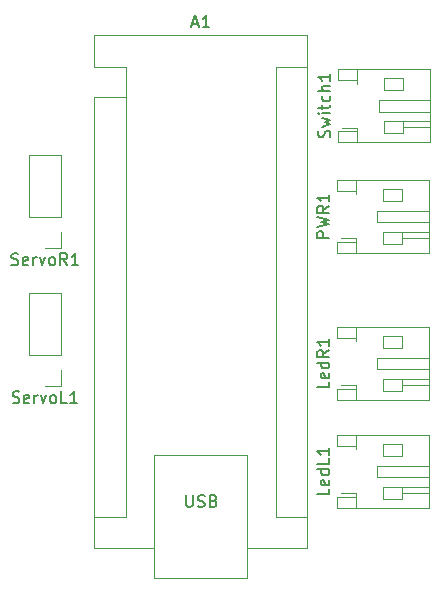
<source format=gbr>
%TF.GenerationSoftware,KiCad,Pcbnew,9.0.6*%
%TF.CreationDate,2025-12-22T16:44:40+00:00*%
%TF.ProjectId,MotorizationKit,4d6f746f-7269-47a6-9174-696f6e4b6974,rev?*%
%TF.SameCoordinates,Original*%
%TF.FileFunction,Legend,Top*%
%TF.FilePolarity,Positive*%
%FSLAX46Y46*%
G04 Gerber Fmt 4.6, Leading zero omitted, Abs format (unit mm)*
G04 Created by KiCad (PCBNEW 9.0.6) date 2025-12-22 16:44:40*
%MOMM*%
%LPD*%
G01*
G04 APERTURE LIST*
%ADD10C,0.150000*%
%ADD11C,0.120000*%
G04 APERTURE END LIST*
D10*
X137977904Y-122675200D02*
X138120761Y-122722819D01*
X138120761Y-122722819D02*
X138358856Y-122722819D01*
X138358856Y-122722819D02*
X138454094Y-122675200D01*
X138454094Y-122675200D02*
X138501713Y-122627580D01*
X138501713Y-122627580D02*
X138549332Y-122532342D01*
X138549332Y-122532342D02*
X138549332Y-122437104D01*
X138549332Y-122437104D02*
X138501713Y-122341866D01*
X138501713Y-122341866D02*
X138454094Y-122294247D01*
X138454094Y-122294247D02*
X138358856Y-122246628D01*
X138358856Y-122246628D02*
X138168380Y-122199009D01*
X138168380Y-122199009D02*
X138073142Y-122151390D01*
X138073142Y-122151390D02*
X138025523Y-122103771D01*
X138025523Y-122103771D02*
X137977904Y-122008533D01*
X137977904Y-122008533D02*
X137977904Y-121913295D01*
X137977904Y-121913295D02*
X138025523Y-121818057D01*
X138025523Y-121818057D02*
X138073142Y-121770438D01*
X138073142Y-121770438D02*
X138168380Y-121722819D01*
X138168380Y-121722819D02*
X138406475Y-121722819D01*
X138406475Y-121722819D02*
X138549332Y-121770438D01*
X139358856Y-122675200D02*
X139263618Y-122722819D01*
X139263618Y-122722819D02*
X139073142Y-122722819D01*
X139073142Y-122722819D02*
X138977904Y-122675200D01*
X138977904Y-122675200D02*
X138930285Y-122579961D01*
X138930285Y-122579961D02*
X138930285Y-122199009D01*
X138930285Y-122199009D02*
X138977904Y-122103771D01*
X138977904Y-122103771D02*
X139073142Y-122056152D01*
X139073142Y-122056152D02*
X139263618Y-122056152D01*
X139263618Y-122056152D02*
X139358856Y-122103771D01*
X139358856Y-122103771D02*
X139406475Y-122199009D01*
X139406475Y-122199009D02*
X139406475Y-122294247D01*
X139406475Y-122294247D02*
X138930285Y-122389485D01*
X139835047Y-122722819D02*
X139835047Y-122056152D01*
X139835047Y-122246628D02*
X139882666Y-122151390D01*
X139882666Y-122151390D02*
X139930285Y-122103771D01*
X139930285Y-122103771D02*
X140025523Y-122056152D01*
X140025523Y-122056152D02*
X140120761Y-122056152D01*
X140358857Y-122056152D02*
X140596952Y-122722819D01*
X140596952Y-122722819D02*
X140835047Y-122056152D01*
X141358857Y-122722819D02*
X141263619Y-122675200D01*
X141263619Y-122675200D02*
X141216000Y-122627580D01*
X141216000Y-122627580D02*
X141168381Y-122532342D01*
X141168381Y-122532342D02*
X141168381Y-122246628D01*
X141168381Y-122246628D02*
X141216000Y-122151390D01*
X141216000Y-122151390D02*
X141263619Y-122103771D01*
X141263619Y-122103771D02*
X141358857Y-122056152D01*
X141358857Y-122056152D02*
X141501714Y-122056152D01*
X141501714Y-122056152D02*
X141596952Y-122103771D01*
X141596952Y-122103771D02*
X141644571Y-122151390D01*
X141644571Y-122151390D02*
X141692190Y-122246628D01*
X141692190Y-122246628D02*
X141692190Y-122532342D01*
X141692190Y-122532342D02*
X141644571Y-122627580D01*
X141644571Y-122627580D02*
X141596952Y-122675200D01*
X141596952Y-122675200D02*
X141501714Y-122722819D01*
X141501714Y-122722819D02*
X141358857Y-122722819D01*
X142596952Y-122722819D02*
X142120762Y-122722819D01*
X142120762Y-122722819D02*
X142120762Y-121722819D01*
X143454095Y-122722819D02*
X142882667Y-122722819D01*
X143168381Y-122722819D02*
X143168381Y-121722819D01*
X143168381Y-121722819D02*
X143073143Y-121865676D01*
X143073143Y-121865676D02*
X142977905Y-121960914D01*
X142977905Y-121960914D02*
X142882667Y-122008533D01*
X164782819Y-129960381D02*
X164782819Y-130436571D01*
X164782819Y-130436571D02*
X163782819Y-130436571D01*
X164735200Y-129246095D02*
X164782819Y-129341333D01*
X164782819Y-129341333D02*
X164782819Y-129531809D01*
X164782819Y-129531809D02*
X164735200Y-129627047D01*
X164735200Y-129627047D02*
X164639961Y-129674666D01*
X164639961Y-129674666D02*
X164259009Y-129674666D01*
X164259009Y-129674666D02*
X164163771Y-129627047D01*
X164163771Y-129627047D02*
X164116152Y-129531809D01*
X164116152Y-129531809D02*
X164116152Y-129341333D01*
X164116152Y-129341333D02*
X164163771Y-129246095D01*
X164163771Y-129246095D02*
X164259009Y-129198476D01*
X164259009Y-129198476D02*
X164354247Y-129198476D01*
X164354247Y-129198476D02*
X164449485Y-129674666D01*
X164782819Y-128341333D02*
X163782819Y-128341333D01*
X164735200Y-128341333D02*
X164782819Y-128436571D01*
X164782819Y-128436571D02*
X164782819Y-128627047D01*
X164782819Y-128627047D02*
X164735200Y-128722285D01*
X164735200Y-128722285D02*
X164687580Y-128769904D01*
X164687580Y-128769904D02*
X164592342Y-128817523D01*
X164592342Y-128817523D02*
X164306628Y-128817523D01*
X164306628Y-128817523D02*
X164211390Y-128769904D01*
X164211390Y-128769904D02*
X164163771Y-128722285D01*
X164163771Y-128722285D02*
X164116152Y-128627047D01*
X164116152Y-128627047D02*
X164116152Y-128436571D01*
X164116152Y-128436571D02*
X164163771Y-128341333D01*
X164782819Y-127388952D02*
X164782819Y-127865142D01*
X164782819Y-127865142D02*
X163782819Y-127865142D01*
X164782819Y-126531809D02*
X164782819Y-127103237D01*
X164782819Y-126817523D02*
X163782819Y-126817523D01*
X163782819Y-126817523D02*
X163925676Y-126912761D01*
X163925676Y-126912761D02*
X164020914Y-127007999D01*
X164020914Y-127007999D02*
X164068533Y-127103237D01*
X164782819Y-108727523D02*
X163782819Y-108727523D01*
X163782819Y-108727523D02*
X163782819Y-108346571D01*
X163782819Y-108346571D02*
X163830438Y-108251333D01*
X163830438Y-108251333D02*
X163878057Y-108203714D01*
X163878057Y-108203714D02*
X163973295Y-108156095D01*
X163973295Y-108156095D02*
X164116152Y-108156095D01*
X164116152Y-108156095D02*
X164211390Y-108203714D01*
X164211390Y-108203714D02*
X164259009Y-108251333D01*
X164259009Y-108251333D02*
X164306628Y-108346571D01*
X164306628Y-108346571D02*
X164306628Y-108727523D01*
X163782819Y-107822761D02*
X164782819Y-107584666D01*
X164782819Y-107584666D02*
X164068533Y-107394190D01*
X164068533Y-107394190D02*
X164782819Y-107203714D01*
X164782819Y-107203714D02*
X163782819Y-106965619D01*
X164782819Y-106013238D02*
X164306628Y-106346571D01*
X164782819Y-106584666D02*
X163782819Y-106584666D01*
X163782819Y-106584666D02*
X163782819Y-106203714D01*
X163782819Y-106203714D02*
X163830438Y-106108476D01*
X163830438Y-106108476D02*
X163878057Y-106060857D01*
X163878057Y-106060857D02*
X163973295Y-106013238D01*
X163973295Y-106013238D02*
X164116152Y-106013238D01*
X164116152Y-106013238D02*
X164211390Y-106060857D01*
X164211390Y-106060857D02*
X164259009Y-106108476D01*
X164259009Y-106108476D02*
X164306628Y-106203714D01*
X164306628Y-106203714D02*
X164306628Y-106584666D01*
X164782819Y-105060857D02*
X164782819Y-105632285D01*
X164782819Y-105346571D02*
X163782819Y-105346571D01*
X163782819Y-105346571D02*
X163925676Y-105441809D01*
X163925676Y-105441809D02*
X164020914Y-105537047D01*
X164020914Y-105537047D02*
X164068533Y-105632285D01*
X164825200Y-100226475D02*
X164872819Y-100083618D01*
X164872819Y-100083618D02*
X164872819Y-99845523D01*
X164872819Y-99845523D02*
X164825200Y-99750285D01*
X164825200Y-99750285D02*
X164777580Y-99702666D01*
X164777580Y-99702666D02*
X164682342Y-99655047D01*
X164682342Y-99655047D02*
X164587104Y-99655047D01*
X164587104Y-99655047D02*
X164491866Y-99702666D01*
X164491866Y-99702666D02*
X164444247Y-99750285D01*
X164444247Y-99750285D02*
X164396628Y-99845523D01*
X164396628Y-99845523D02*
X164349009Y-100035999D01*
X164349009Y-100035999D02*
X164301390Y-100131237D01*
X164301390Y-100131237D02*
X164253771Y-100178856D01*
X164253771Y-100178856D02*
X164158533Y-100226475D01*
X164158533Y-100226475D02*
X164063295Y-100226475D01*
X164063295Y-100226475D02*
X163968057Y-100178856D01*
X163968057Y-100178856D02*
X163920438Y-100131237D01*
X163920438Y-100131237D02*
X163872819Y-100035999D01*
X163872819Y-100035999D02*
X163872819Y-99797904D01*
X163872819Y-99797904D02*
X163920438Y-99655047D01*
X164206152Y-99321713D02*
X164872819Y-99131237D01*
X164872819Y-99131237D02*
X164396628Y-98940761D01*
X164396628Y-98940761D02*
X164872819Y-98750285D01*
X164872819Y-98750285D02*
X164206152Y-98559809D01*
X164872819Y-98178856D02*
X164206152Y-98178856D01*
X163872819Y-98178856D02*
X163920438Y-98226475D01*
X163920438Y-98226475D02*
X163968057Y-98178856D01*
X163968057Y-98178856D02*
X163920438Y-98131237D01*
X163920438Y-98131237D02*
X163872819Y-98178856D01*
X163872819Y-98178856D02*
X163968057Y-98178856D01*
X164206152Y-97845523D02*
X164206152Y-97464571D01*
X163872819Y-97702666D02*
X164729961Y-97702666D01*
X164729961Y-97702666D02*
X164825200Y-97655047D01*
X164825200Y-97655047D02*
X164872819Y-97559809D01*
X164872819Y-97559809D02*
X164872819Y-97464571D01*
X164825200Y-96702666D02*
X164872819Y-96797904D01*
X164872819Y-96797904D02*
X164872819Y-96988380D01*
X164872819Y-96988380D02*
X164825200Y-97083618D01*
X164825200Y-97083618D02*
X164777580Y-97131237D01*
X164777580Y-97131237D02*
X164682342Y-97178856D01*
X164682342Y-97178856D02*
X164396628Y-97178856D01*
X164396628Y-97178856D02*
X164301390Y-97131237D01*
X164301390Y-97131237D02*
X164253771Y-97083618D01*
X164253771Y-97083618D02*
X164206152Y-96988380D01*
X164206152Y-96988380D02*
X164206152Y-96797904D01*
X164206152Y-96797904D02*
X164253771Y-96702666D01*
X164872819Y-96274094D02*
X163872819Y-96274094D01*
X164872819Y-95845523D02*
X164349009Y-95845523D01*
X164349009Y-95845523D02*
X164253771Y-95893142D01*
X164253771Y-95893142D02*
X164206152Y-95988380D01*
X164206152Y-95988380D02*
X164206152Y-96131237D01*
X164206152Y-96131237D02*
X164253771Y-96226475D01*
X164253771Y-96226475D02*
X164301390Y-96274094D01*
X164872819Y-94845523D02*
X164872819Y-95416951D01*
X164872819Y-95131237D02*
X163872819Y-95131237D01*
X163872819Y-95131237D02*
X164015676Y-95226475D01*
X164015676Y-95226475D02*
X164110914Y-95321713D01*
X164110914Y-95321713D02*
X164158533Y-95416951D01*
X164782819Y-120911619D02*
X164782819Y-121387809D01*
X164782819Y-121387809D02*
X163782819Y-121387809D01*
X164735200Y-120197333D02*
X164782819Y-120292571D01*
X164782819Y-120292571D02*
X164782819Y-120483047D01*
X164782819Y-120483047D02*
X164735200Y-120578285D01*
X164735200Y-120578285D02*
X164639961Y-120625904D01*
X164639961Y-120625904D02*
X164259009Y-120625904D01*
X164259009Y-120625904D02*
X164163771Y-120578285D01*
X164163771Y-120578285D02*
X164116152Y-120483047D01*
X164116152Y-120483047D02*
X164116152Y-120292571D01*
X164116152Y-120292571D02*
X164163771Y-120197333D01*
X164163771Y-120197333D02*
X164259009Y-120149714D01*
X164259009Y-120149714D02*
X164354247Y-120149714D01*
X164354247Y-120149714D02*
X164449485Y-120625904D01*
X164782819Y-119292571D02*
X163782819Y-119292571D01*
X164735200Y-119292571D02*
X164782819Y-119387809D01*
X164782819Y-119387809D02*
X164782819Y-119578285D01*
X164782819Y-119578285D02*
X164735200Y-119673523D01*
X164735200Y-119673523D02*
X164687580Y-119721142D01*
X164687580Y-119721142D02*
X164592342Y-119768761D01*
X164592342Y-119768761D02*
X164306628Y-119768761D01*
X164306628Y-119768761D02*
X164211390Y-119721142D01*
X164211390Y-119721142D02*
X164163771Y-119673523D01*
X164163771Y-119673523D02*
X164116152Y-119578285D01*
X164116152Y-119578285D02*
X164116152Y-119387809D01*
X164116152Y-119387809D02*
X164163771Y-119292571D01*
X164782819Y-118244952D02*
X164306628Y-118578285D01*
X164782819Y-118816380D02*
X163782819Y-118816380D01*
X163782819Y-118816380D02*
X163782819Y-118435428D01*
X163782819Y-118435428D02*
X163830438Y-118340190D01*
X163830438Y-118340190D02*
X163878057Y-118292571D01*
X163878057Y-118292571D02*
X163973295Y-118244952D01*
X163973295Y-118244952D02*
X164116152Y-118244952D01*
X164116152Y-118244952D02*
X164211390Y-118292571D01*
X164211390Y-118292571D02*
X164259009Y-118340190D01*
X164259009Y-118340190D02*
X164306628Y-118435428D01*
X164306628Y-118435428D02*
X164306628Y-118816380D01*
X164782819Y-117292571D02*
X164782819Y-117863999D01*
X164782819Y-117578285D02*
X163782819Y-117578285D01*
X163782819Y-117578285D02*
X163925676Y-117673523D01*
X163925676Y-117673523D02*
X164020914Y-117768761D01*
X164020914Y-117768761D02*
X164068533Y-117863999D01*
X153209714Y-90593104D02*
X153685904Y-90593104D01*
X153114476Y-90878819D02*
X153447809Y-89878819D01*
X153447809Y-89878819D02*
X153781142Y-90878819D01*
X154638285Y-90878819D02*
X154066857Y-90878819D01*
X154352571Y-90878819D02*
X154352571Y-89878819D01*
X154352571Y-89878819D02*
X154257333Y-90021676D01*
X154257333Y-90021676D02*
X154162095Y-90116914D01*
X154162095Y-90116914D02*
X154066857Y-90164533D01*
X152662095Y-130518819D02*
X152662095Y-131328342D01*
X152662095Y-131328342D02*
X152709714Y-131423580D01*
X152709714Y-131423580D02*
X152757333Y-131471200D01*
X152757333Y-131471200D02*
X152852571Y-131518819D01*
X152852571Y-131518819D02*
X153043047Y-131518819D01*
X153043047Y-131518819D02*
X153138285Y-131471200D01*
X153138285Y-131471200D02*
X153185904Y-131423580D01*
X153185904Y-131423580D02*
X153233523Y-131328342D01*
X153233523Y-131328342D02*
X153233523Y-130518819D01*
X153662095Y-131471200D02*
X153804952Y-131518819D01*
X153804952Y-131518819D02*
X154043047Y-131518819D01*
X154043047Y-131518819D02*
X154138285Y-131471200D01*
X154138285Y-131471200D02*
X154185904Y-131423580D01*
X154185904Y-131423580D02*
X154233523Y-131328342D01*
X154233523Y-131328342D02*
X154233523Y-131233104D01*
X154233523Y-131233104D02*
X154185904Y-131137866D01*
X154185904Y-131137866D02*
X154138285Y-131090247D01*
X154138285Y-131090247D02*
X154043047Y-131042628D01*
X154043047Y-131042628D02*
X153852571Y-130995009D01*
X153852571Y-130995009D02*
X153757333Y-130947390D01*
X153757333Y-130947390D02*
X153709714Y-130899771D01*
X153709714Y-130899771D02*
X153662095Y-130804533D01*
X153662095Y-130804533D02*
X153662095Y-130709295D01*
X153662095Y-130709295D02*
X153709714Y-130614057D01*
X153709714Y-130614057D02*
X153757333Y-130566438D01*
X153757333Y-130566438D02*
X153852571Y-130518819D01*
X153852571Y-130518819D02*
X154090666Y-130518819D01*
X154090666Y-130518819D02*
X154233523Y-130566438D01*
X154995428Y-130995009D02*
X155138285Y-131042628D01*
X155138285Y-131042628D02*
X155185904Y-131090247D01*
X155185904Y-131090247D02*
X155233523Y-131185485D01*
X155233523Y-131185485D02*
X155233523Y-131328342D01*
X155233523Y-131328342D02*
X155185904Y-131423580D01*
X155185904Y-131423580D02*
X155138285Y-131471200D01*
X155138285Y-131471200D02*
X155043047Y-131518819D01*
X155043047Y-131518819D02*
X154662095Y-131518819D01*
X154662095Y-131518819D02*
X154662095Y-130518819D01*
X154662095Y-130518819D02*
X154995428Y-130518819D01*
X154995428Y-130518819D02*
X155090666Y-130566438D01*
X155090666Y-130566438D02*
X155138285Y-130614057D01*
X155138285Y-130614057D02*
X155185904Y-130709295D01*
X155185904Y-130709295D02*
X155185904Y-130804533D01*
X155185904Y-130804533D02*
X155138285Y-130899771D01*
X155138285Y-130899771D02*
X155090666Y-130947390D01*
X155090666Y-130947390D02*
X154995428Y-130995009D01*
X154995428Y-130995009D02*
X154662095Y-130995009D01*
X137882666Y-110991200D02*
X138025523Y-111038819D01*
X138025523Y-111038819D02*
X138263618Y-111038819D01*
X138263618Y-111038819D02*
X138358856Y-110991200D01*
X138358856Y-110991200D02*
X138406475Y-110943580D01*
X138406475Y-110943580D02*
X138454094Y-110848342D01*
X138454094Y-110848342D02*
X138454094Y-110753104D01*
X138454094Y-110753104D02*
X138406475Y-110657866D01*
X138406475Y-110657866D02*
X138358856Y-110610247D01*
X138358856Y-110610247D02*
X138263618Y-110562628D01*
X138263618Y-110562628D02*
X138073142Y-110515009D01*
X138073142Y-110515009D02*
X137977904Y-110467390D01*
X137977904Y-110467390D02*
X137930285Y-110419771D01*
X137930285Y-110419771D02*
X137882666Y-110324533D01*
X137882666Y-110324533D02*
X137882666Y-110229295D01*
X137882666Y-110229295D02*
X137930285Y-110134057D01*
X137930285Y-110134057D02*
X137977904Y-110086438D01*
X137977904Y-110086438D02*
X138073142Y-110038819D01*
X138073142Y-110038819D02*
X138311237Y-110038819D01*
X138311237Y-110038819D02*
X138454094Y-110086438D01*
X139263618Y-110991200D02*
X139168380Y-111038819D01*
X139168380Y-111038819D02*
X138977904Y-111038819D01*
X138977904Y-111038819D02*
X138882666Y-110991200D01*
X138882666Y-110991200D02*
X138835047Y-110895961D01*
X138835047Y-110895961D02*
X138835047Y-110515009D01*
X138835047Y-110515009D02*
X138882666Y-110419771D01*
X138882666Y-110419771D02*
X138977904Y-110372152D01*
X138977904Y-110372152D02*
X139168380Y-110372152D01*
X139168380Y-110372152D02*
X139263618Y-110419771D01*
X139263618Y-110419771D02*
X139311237Y-110515009D01*
X139311237Y-110515009D02*
X139311237Y-110610247D01*
X139311237Y-110610247D02*
X138835047Y-110705485D01*
X139739809Y-111038819D02*
X139739809Y-110372152D01*
X139739809Y-110562628D02*
X139787428Y-110467390D01*
X139787428Y-110467390D02*
X139835047Y-110419771D01*
X139835047Y-110419771D02*
X139930285Y-110372152D01*
X139930285Y-110372152D02*
X140025523Y-110372152D01*
X140263619Y-110372152D02*
X140501714Y-111038819D01*
X140501714Y-111038819D02*
X140739809Y-110372152D01*
X141263619Y-111038819D02*
X141168381Y-110991200D01*
X141168381Y-110991200D02*
X141120762Y-110943580D01*
X141120762Y-110943580D02*
X141073143Y-110848342D01*
X141073143Y-110848342D02*
X141073143Y-110562628D01*
X141073143Y-110562628D02*
X141120762Y-110467390D01*
X141120762Y-110467390D02*
X141168381Y-110419771D01*
X141168381Y-110419771D02*
X141263619Y-110372152D01*
X141263619Y-110372152D02*
X141406476Y-110372152D01*
X141406476Y-110372152D02*
X141501714Y-110419771D01*
X141501714Y-110419771D02*
X141549333Y-110467390D01*
X141549333Y-110467390D02*
X141596952Y-110562628D01*
X141596952Y-110562628D02*
X141596952Y-110848342D01*
X141596952Y-110848342D02*
X141549333Y-110943580D01*
X141549333Y-110943580D02*
X141501714Y-110991200D01*
X141501714Y-110991200D02*
X141406476Y-111038819D01*
X141406476Y-111038819D02*
X141263619Y-111038819D01*
X142596952Y-111038819D02*
X142263619Y-110562628D01*
X142025524Y-111038819D02*
X142025524Y-110038819D01*
X142025524Y-110038819D02*
X142406476Y-110038819D01*
X142406476Y-110038819D02*
X142501714Y-110086438D01*
X142501714Y-110086438D02*
X142549333Y-110134057D01*
X142549333Y-110134057D02*
X142596952Y-110229295D01*
X142596952Y-110229295D02*
X142596952Y-110372152D01*
X142596952Y-110372152D02*
X142549333Y-110467390D01*
X142549333Y-110467390D02*
X142501714Y-110515009D01*
X142501714Y-110515009D02*
X142406476Y-110562628D01*
X142406476Y-110562628D02*
X142025524Y-110562628D01*
X143549333Y-111038819D02*
X142977905Y-111038819D01*
X143263619Y-111038819D02*
X143263619Y-110038819D01*
X143263619Y-110038819D02*
X143168381Y-110181676D01*
X143168381Y-110181676D02*
X143073143Y-110276914D01*
X143073143Y-110276914D02*
X142977905Y-110324533D01*
D11*
%TO.C,ServoL1*%
X139336000Y-118618000D02*
X139336000Y-113428000D01*
X142096000Y-113428000D02*
X139336000Y-113428000D01*
X142096000Y-118618000D02*
X139336000Y-118618000D01*
X142096000Y-118618000D02*
X142096000Y-113428000D01*
X142096000Y-119888000D02*
X142096000Y-121268000D01*
X142096000Y-121268000D02*
X140716000Y-121268000D01*
%TO.C,LedL1*%
X165418000Y-125448000D02*
X165418000Y-126368000D01*
X165418000Y-126368000D02*
X167018000Y-126368000D01*
X165418000Y-130648000D02*
X165418000Y-131568000D01*
X165418000Y-131568000D02*
X173238000Y-131568000D01*
X167018000Y-125448000D02*
X167018000Y-126368000D01*
X167018000Y-126368000D02*
X167018000Y-126648000D01*
X167018000Y-130368000D02*
X165803000Y-130368000D01*
X167018000Y-130368000D02*
X167018000Y-130648000D01*
X167018000Y-130648000D02*
X165418000Y-130648000D01*
X167018000Y-131568000D02*
X167018000Y-130648000D01*
X168878000Y-128008000D02*
X173238000Y-128008000D01*
X168878000Y-129008000D02*
X168878000Y-128008000D01*
X169378000Y-126208000D02*
X170978000Y-126208000D01*
X169378000Y-127208000D02*
X169378000Y-126208000D01*
X169378000Y-129808000D02*
X169378000Y-130808000D01*
X169378000Y-130808000D02*
X170978000Y-130808000D01*
X170978000Y-126208000D02*
X170978000Y-127208000D01*
X170978000Y-127208000D02*
X169378000Y-127208000D01*
X170978000Y-129808000D02*
X169378000Y-129808000D01*
X170978000Y-129808000D02*
X173238000Y-129808000D01*
X170978000Y-130308000D02*
X173238000Y-130308000D01*
X170978000Y-130808000D02*
X170978000Y-129808000D01*
X173238000Y-125448000D02*
X165418000Y-125448000D01*
X173238000Y-129008000D02*
X168878000Y-129008000D01*
X173238000Y-131568000D02*
X173238000Y-125448000D01*
%TO.C,PWR1*%
X165418000Y-103858000D02*
X165418000Y-104778000D01*
X165418000Y-104778000D02*
X167018000Y-104778000D01*
X165418000Y-109058000D02*
X165418000Y-109978000D01*
X165418000Y-109978000D02*
X173238000Y-109978000D01*
X167018000Y-103858000D02*
X167018000Y-104778000D01*
X167018000Y-104778000D02*
X167018000Y-105058000D01*
X167018000Y-108778000D02*
X165803000Y-108778000D01*
X167018000Y-108778000D02*
X167018000Y-109058000D01*
X167018000Y-109058000D02*
X165418000Y-109058000D01*
X167018000Y-109978000D02*
X167018000Y-109058000D01*
X168878000Y-106418000D02*
X173238000Y-106418000D01*
X168878000Y-107418000D02*
X168878000Y-106418000D01*
X169378000Y-104618000D02*
X170978000Y-104618000D01*
X169378000Y-105618000D02*
X169378000Y-104618000D01*
X169378000Y-108218000D02*
X169378000Y-109218000D01*
X169378000Y-109218000D02*
X170978000Y-109218000D01*
X170978000Y-104618000D02*
X170978000Y-105618000D01*
X170978000Y-105618000D02*
X169378000Y-105618000D01*
X170978000Y-108218000D02*
X169378000Y-108218000D01*
X170978000Y-108218000D02*
X173238000Y-108218000D01*
X170978000Y-108718000D02*
X173238000Y-108718000D01*
X170978000Y-109218000D02*
X170978000Y-108218000D01*
X173238000Y-103858000D02*
X165418000Y-103858000D01*
X173238000Y-107418000D02*
X168878000Y-107418000D01*
X173238000Y-109978000D02*
X173238000Y-103858000D01*
%TO.C,Switch1*%
X165508000Y-94476000D02*
X165508000Y-95396000D01*
X165508000Y-95396000D02*
X167108000Y-95396000D01*
X165508000Y-99676000D02*
X165508000Y-100596000D01*
X165508000Y-100596000D02*
X173328000Y-100596000D01*
X167108000Y-94476000D02*
X167108000Y-95396000D01*
X167108000Y-95396000D02*
X167108000Y-95676000D01*
X167108000Y-99396000D02*
X165893000Y-99396000D01*
X167108000Y-99396000D02*
X167108000Y-99676000D01*
X167108000Y-99676000D02*
X165508000Y-99676000D01*
X167108000Y-100596000D02*
X167108000Y-99676000D01*
X168968000Y-97036000D02*
X173328000Y-97036000D01*
X168968000Y-98036000D02*
X168968000Y-97036000D01*
X169468000Y-95236000D02*
X171068000Y-95236000D01*
X169468000Y-96236000D02*
X169468000Y-95236000D01*
X169468000Y-98836000D02*
X169468000Y-99836000D01*
X169468000Y-99836000D02*
X171068000Y-99836000D01*
X171068000Y-95236000D02*
X171068000Y-96236000D01*
X171068000Y-96236000D02*
X169468000Y-96236000D01*
X171068000Y-98836000D02*
X169468000Y-98836000D01*
X171068000Y-98836000D02*
X173328000Y-98836000D01*
X171068000Y-99336000D02*
X173328000Y-99336000D01*
X171068000Y-99836000D02*
X171068000Y-98836000D01*
X173328000Y-94476000D02*
X165508000Y-94476000D01*
X173328000Y-98036000D02*
X168968000Y-98036000D01*
X173328000Y-100596000D02*
X173328000Y-94476000D01*
%TO.C,LedR1*%
X165418000Y-116304000D02*
X165418000Y-117224000D01*
X165418000Y-117224000D02*
X167018000Y-117224000D01*
X165418000Y-121504000D02*
X165418000Y-122424000D01*
X165418000Y-122424000D02*
X173238000Y-122424000D01*
X167018000Y-116304000D02*
X167018000Y-117224000D01*
X167018000Y-117224000D02*
X167018000Y-117504000D01*
X167018000Y-121224000D02*
X165803000Y-121224000D01*
X167018000Y-121224000D02*
X167018000Y-121504000D01*
X167018000Y-121504000D02*
X165418000Y-121504000D01*
X167018000Y-122424000D02*
X167018000Y-121504000D01*
X168878000Y-118864000D02*
X173238000Y-118864000D01*
X168878000Y-119864000D02*
X168878000Y-118864000D01*
X169378000Y-117064000D02*
X170978000Y-117064000D01*
X169378000Y-118064000D02*
X169378000Y-117064000D01*
X169378000Y-120664000D02*
X169378000Y-121664000D01*
X169378000Y-121664000D02*
X170978000Y-121664000D01*
X170978000Y-117064000D02*
X170978000Y-118064000D01*
X170978000Y-118064000D02*
X169378000Y-118064000D01*
X170978000Y-120664000D02*
X169378000Y-120664000D01*
X170978000Y-120664000D02*
X173238000Y-120664000D01*
X170978000Y-121164000D02*
X173238000Y-121164000D01*
X170978000Y-121664000D02*
X170978000Y-120664000D01*
X173238000Y-116304000D02*
X165418000Y-116304000D01*
X173238000Y-119864000D02*
X168878000Y-119864000D01*
X173238000Y-122424000D02*
X173238000Y-116304000D01*
%TO.C,A1*%
X144904000Y-91564000D02*
X144904000Y-94234000D01*
X144904000Y-96774000D02*
X144904000Y-135004000D01*
X144904000Y-135004000D02*
X149984000Y-135004000D01*
X147574000Y-94234000D02*
X144904000Y-94234000D01*
X147574000Y-96774000D02*
X144904000Y-96774000D01*
X147574000Y-96774000D02*
X147574000Y-94234000D01*
X147574000Y-96774000D02*
X147574000Y-132334000D01*
X147574000Y-132334000D02*
X144904000Y-132334000D01*
X149984000Y-127124000D02*
X157864000Y-127124000D01*
X149984000Y-137544000D02*
X149984000Y-127124000D01*
X157864000Y-127124000D02*
X157864000Y-137544000D01*
X157864000Y-137544000D02*
X149984000Y-137544000D01*
X160274000Y-94234000D02*
X160274000Y-132334000D01*
X160274000Y-94234000D02*
X162944000Y-94234000D01*
X160274000Y-132334000D02*
X162944000Y-132334000D01*
X162944000Y-91564000D02*
X144904000Y-91564000D01*
X162944000Y-135004000D02*
X157864000Y-135004000D01*
X162944000Y-135004000D02*
X162944000Y-91564000D01*
%TO.C,ServoR1*%
X139336000Y-106934000D02*
X139336000Y-101744000D01*
X142096000Y-101744000D02*
X139336000Y-101744000D01*
X142096000Y-106934000D02*
X139336000Y-106934000D01*
X142096000Y-106934000D02*
X142096000Y-101744000D01*
X142096000Y-108204000D02*
X142096000Y-109584000D01*
X142096000Y-109584000D02*
X140716000Y-109584000D01*
%TD*%
M02*

</source>
